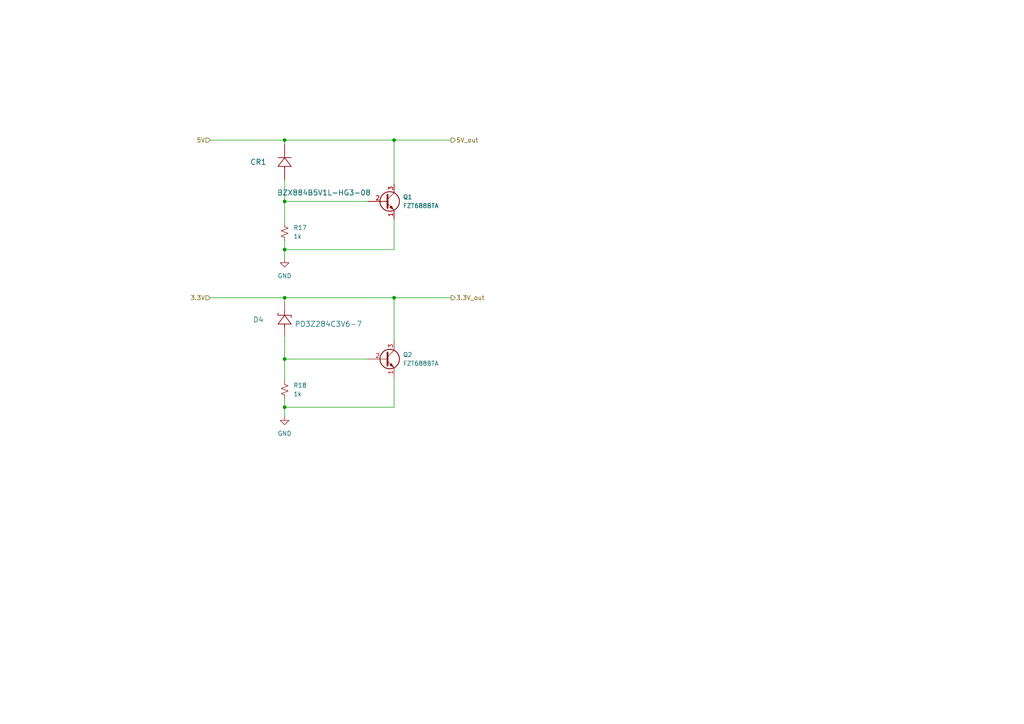
<source format=kicad_sch>
(kicad_sch (version 20211123) (generator eeschema)
  (paper "A4")
  (lib_symbols
    (symbol "2022-03-01_22-21-45:BZX884B5V1L-HG3-08" (pin_numbers hide) (pin_names (offset -1.651) hide)
      (property "Reference" "CR" (at 5.08 4.445 0))
      (property "Value" "BZX884B5V1L-HG3-08" (at 5.08 -7.62 0))
      (symbol "BZX884B5V1L-HG3-08_1_1"
        (polyline (pts (xy 2.54 0) (xy 3.4798 0)) (stroke (width 0.2032)))
        (polyline (pts (xy 3.175 0) (xy 3.81 0)) (stroke (width 0.2032)))
        (polyline (pts (xy 3.81 -1.905) (xy 6.35 0)) (stroke (width 0.2032)))
        (polyline (pts (xy 3.81 1.905) (xy 3.81 -1.905)) (stroke (width 0.2032)))
        (polyline (pts (xy 6.35 -1.905) (xy 6.35 1.905)) (stroke (width 0.2032)))
        (polyline (pts (xy 6.35 0) (xy 3.81 1.905)) (stroke (width 0.2032)))
        (polyline (pts (xy 6.35 0) (xy 7.62 0)) (stroke (width 0.2032)))
        (pin unspecified line (at 10.16 0 180) (length 2.54) (name "1") (number "1"))
        (pin unspecified line (at 0 0 0) (length 2.54) (name "2") (number "2"))
      )
    )
    (symbol "2022-03-01_22-23-00:PD3Z284C3V6-7" (pin_numbers hide) (pin_names hide)
      (property "Reference" "D" (at 5.08 4.445 0))
      (property "Value" "PD3Z284C3V6-7" (at 5.08 -7.62 0))
      (symbol "PD3Z284C3V6-7_1_1"
        (polyline (pts (xy 2.54 0) (xy 3.4798 0)) (stroke (width 0.2032)))
        (polyline (pts (xy 3.175 0) (xy 3.81 0)) (stroke (width 0.2032)))
        (polyline (pts (xy 3.81 -1.905) (xy 6.35 0)) (stroke (width 0.2032)))
        (polyline (pts (xy 3.81 1.905) (xy 3.81 -1.905)) (stroke (width 0.2032)))
        (polyline (pts (xy 6.35 -1.905) (xy 5.715 -1.905)) (stroke (width 0.2032)))
        (polyline (pts (xy 6.35 -1.905) (xy 6.35 1.905)) (stroke (width 0.2032)))
        (polyline (pts (xy 6.35 0) (xy 3.81 1.905)) (stroke (width 0.2032)))
        (polyline (pts (xy 6.35 0) (xy 7.62 0)) (stroke (width 0.2032)))
        (polyline (pts (xy 6.35 1.905) (xy 6.985 1.905)) (stroke (width 0.2032)))
        (pin unspecified line (at 10.16 0 180) (length 2.54) (name "1") (number "1"))
        (pin unspecified line (at 0 0 0) (length 2.54) (name "2") (number "2"))
      )
    )
    (symbol "Device:R_Small_US" (pin_numbers hide) (pin_names (offset 0.254) hide)
      (property "Reference" "R" (at 0.762 0.508 0))
      (property "Value" "R_Small_US" (at 0.762 -1.016 0))
      (symbol "R_Small_US_1_1"
        (polyline (pts (xy 0 0) (xy 1.016 -0.381) (xy 0 -0.762) (xy -1.016 -1.143) (xy 0 -1.524)))
        (polyline (pts (xy 0 1.524) (xy 1.016 1.143) (xy 0 0.762) (xy -1.016 0.381) (xy 0 0)))
        (pin passive line (at 0 2.54 270) (length 1.016) (name "~") (number "1"))
        (pin passive line (at 0 -2.54 90) (length 1.016) (name "~") (number "2"))
      )
    )
    (symbol "Transistor_BJT:2N2219" (pin_names (offset 0) hide)
      (property "Reference" "Q" (at 5.08 1.905 0))
      (property "Value" "2N2219" (at 5.08 0 0))
      (symbol "2N2219_0_1"
        (polyline (pts (xy 0.635 0.635) (xy 2.54 2.54)))
        (polyline (pts (xy 0.635 -0.635) (xy 2.54 -2.54) (xy 2.54 -2.54)))
        (polyline (pts (xy 0.635 1.905) (xy 0.635 -1.905) (xy 0.635 -1.905)) (stroke (width 0.508)))
        (polyline (pts (xy 1.27 -1.778) (xy 1.778 -1.27) (xy 2.286 -2.286) (xy 1.27 -1.778) (xy 1.27 -1.778)) (fill (type outline)))
        (circle (center 1.27 0) (radius 2.8194) (stroke (width 0.254)))
      )
      (symbol "2N2219_1_1"
        (pin passive line (at 2.54 -5.08 90) (length 2.54) (name "E") (number "1"))
        (pin passive line (at -5.08 0 0) (length 5.715) (name "B") (number "2"))
        (pin passive line (at 2.54 5.08 270) (length 2.54) (name "C") (number "3"))
      )
    )
    (symbol "power:GND" (power) (pin_names (offset 0))
      (property "Value" "GND" (at 0 -3.81 0))
      (symbol "GND_0_1"
        (polyline (pts (xy 0 0) (xy 0 -1.27) (xy 1.27 -1.27) (xy 0 -2.54) (xy -1.27 -1.27) (xy 0 -1.27)))
      )
      (symbol "GND_1_1"
        (pin power_in line (at 0 0 270) (length 0) hide (name "GND") (number "1"))
      )
    )
  )
  (junction (at 82.55 72.39))
  (junction (at 82.55 104.14))
  (junction (at 82.55 118.11))
  (junction (at 114.3 40.64))
  (junction (at 82.55 86.36))
  (junction (at 82.55 40.64))
  (junction (at 82.55 58.42))
  (junction (at 114.3 86.36))
  (wire (pts (xy 60.96 86.36) (xy 82.55 86.36)))
  (wire (pts (xy 114.3 86.36) (xy 130.81 86.36)))
  (wire (pts (xy 114.3 118.11) (xy 82.55 118.11)))
  (wire (pts (xy 114.3 63.5) (xy 114.3 72.39)))
  (wire (pts (xy 82.55 72.39) (xy 82.55 69.85)))
  (wire (pts (xy 82.55 52.07) (xy 82.55 58.42)))
  (wire (pts (xy 82.55 72.39) (xy 82.55 74.93)))
  (wire (pts (xy 82.55 104.14) (xy 82.55 110.49)))
  (wire (pts (xy 82.55 104.14) (xy 106.68 104.14)))
  (wire (pts (xy 114.3 40.64) (xy 114.3 53.34)))
  (wire (pts (xy 114.3 109.22) (xy 114.3 118.11)))
  (wire (pts (xy 114.3 40.64) (xy 130.81 40.64)))
  (wire (pts (xy 82.55 58.42) (xy 106.68 58.42)))
  (wire (pts (xy 82.55 58.42) (xy 82.55 64.77)))
  (wire (pts (xy 114.3 86.36) (xy 114.3 99.06)))
  (wire (pts (xy 82.55 40.64) (xy 114.3 40.64)))
  (wire (pts (xy 60.96 40.64) (xy 82.55 40.64)))
  (wire (pts (xy 82.55 97.79) (xy 82.55 104.14)))
  (wire (pts (xy 82.55 40.64) (xy 82.55 41.91)))
  (wire (pts (xy 82.55 118.11) (xy 82.55 115.57)))
  (wire (pts (xy 82.55 118.11) (xy 82.55 120.65)))
  (wire (pts (xy 82.55 86.36) (xy 114.3 86.36)))
  (wire (pts (xy 114.3 72.39) (xy 82.55 72.39)))
  (wire (pts (xy 82.55 86.36) (xy 82.55 87.63)))
  (hierarchical_label "3.3V_out" (shape output) (at 130.81 86.36 0))
  (hierarchical_label "5V" (shape input) (at 60.96 40.64 180))
  (hierarchical_label "5V_out" (shape output) (at 130.81 40.64 0))
  (hierarchical_label "3.3V" (shape input) (at 60.96 86.36 180))
  (symbol (lib_id "2022-03-01_22-21-45:BZX884B5V1L-HG3-08") (at 82.55 52.07 90) (unit 1)
    (property "Reference" "CR1" (at 74.93 46.99 90) (effects (font (size 1.524 1.524))))
    (property "Value" "BZX884B5V1L-HG3-08" (at 93.98 55.88 90) (effects (font (size 1.524 1.524))))
    (property "Footprint" "hg3-08:BZX884B5V1L-HG3-08" (effects hide))
  )
  (symbol (lib_id "power:GND") (at 82.55 120.65 0) (unit 1)
    (property "Reference" "#PWR029" (effects hide))
    (property "Value" "GND" (at 82.55 125.73 0))
  )
  (symbol (lib_id "Device:R_Small_US") (at 82.55 113.03 0) (unit 1)
    (property "Reference" "R18" (at 85.09 111.7599 0) (effects (justify left)))
    (property "Value" "1k" (at 85.09 114.2999 0) (effects (justify left)))
    (property "Footprint" "Resistor_SMD:R_0603_1608Metric" (effects hide))
  )
  (symbol (lib_id "2022-03-01_22-23-00:PD3Z284C3V6-7") (at 82.55 97.79 90) (unit 1)
    (property "Reference" "D4" (at 74.93 92.71 90) (effects (font (size 1.524 1.524))))
    (property "Value" "PD3Z284C3V6-7" (at 95.25 93.98 90) (effects (font (size 1.524 1.524))))
    (property "Footprint" "PD3z284:PD3Z284C3V6-7" (effects hide))
  )
  (symbol (lib_id "power:GND") (at 82.55 74.93 0) (unit 1)
    (property "Reference" "#PWR028" (effects hide))
    (property "Value" "GND" (at 82.55 80.01 0))
  )
  (symbol (lib_id "Transistor_BJT:2N2219") (at 111.76 58.42 0) (unit 1)
    (property "Reference" "Q1" (at 116.84 57.1499 0) (effects (justify left)))
    (property "Value" "FZT688BTA" (at 116.84 59.6899 0) (effects (justify left)))
    (property "Footprint" "fzt:SOT230P700X180-4N" (effects hide))
    (property "Datasheet" "http://www.onsemi.com/pub_link/Collateral/2N2219-D.PDF" (effects hide))
  )
  (symbol (lib_id "Device:R_Small_US") (at 82.55 67.31 0) (unit 1)
    (property "Reference" "R17" (at 85.09 66.0399 0) (effects (justify left)))
    (property "Value" "1k" (at 85.09 68.5799 0) (effects (justify left)))
    (property "Footprint" "Resistor_SMD:R_0603_1608Metric" (effects hide))
  )
  (symbol (lib_id "Transistor_BJT:2N2219") (at 111.76 104.14 0) (unit 1)
    (property "Reference" "Q2" (at 116.84 102.8699 0) (effects (justify left)))
    (property "Value" "FZT688BTA" (at 116.84 105.4099 0) (effects (justify left)))
    (property "Footprint" "fzt:SOT230P700X180-4N" (effects hide))
    (property "Datasheet" "http://www.onsemi.com/pub_link/Collateral/2N2219-D.PDF" (effects hide))
  )
)
</source>
